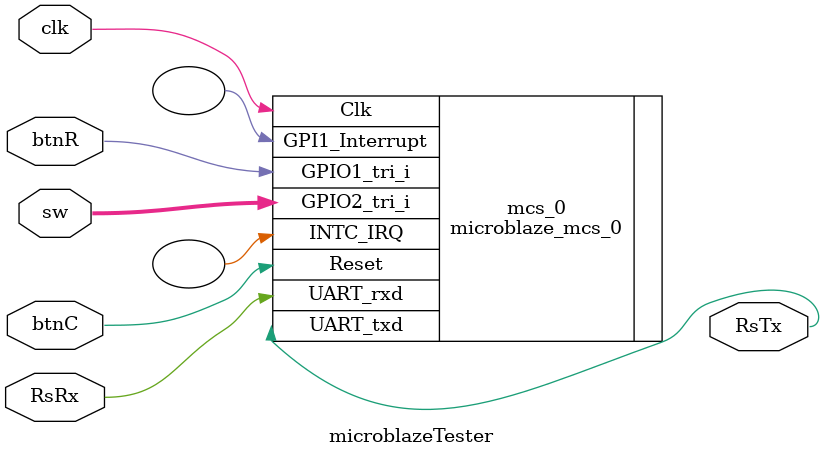
<source format=sv>
`timescale 1ns / 1ps


module microblazeTester(
    input clk,
    input RsRx,
    input btnC,
    input btnR,
    output RsTx,
    input [7:0] sw
    );
    
    microblaze_mcs_0 mcs_0 (
    .Clk(clk),                        // input wire Clk
    .Reset(btnC),                    // input wire Reset
    .GPI1_Interrupt(),  // output wire GPI1_Interrupt
    .INTC_IRQ(),              // output wire INTC_IRQ
    .UART_rxd(RsRx),              // input wire UART_rxd
    .UART_txd(RsTx),              // output wire UART_txd
    .GPIO1_tri_i(btnR),        // input wire [0 : 0] GPIO1_tri_i
    .GPIO2_tri_i(sw)        // input wire [7 : 0] GPIO2_tri_i
    );
endmodule

</source>
